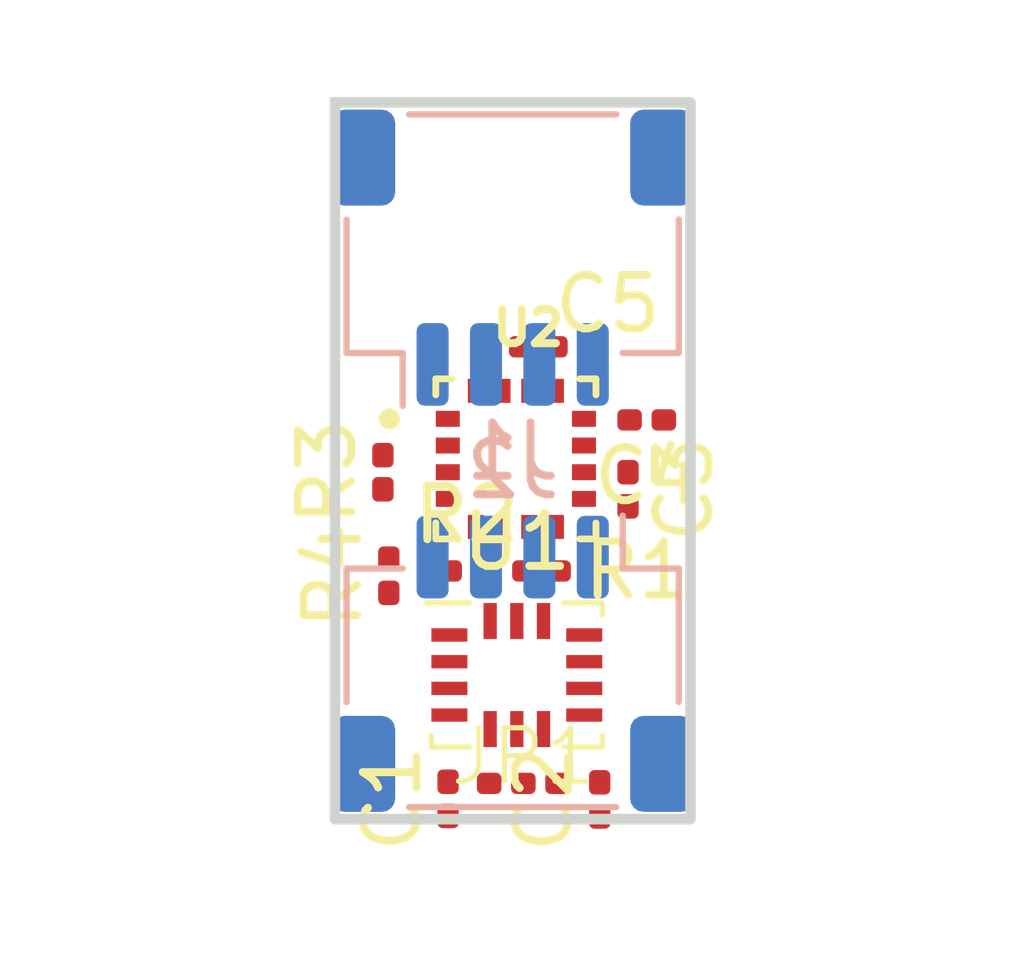
<source format=kicad_pcb>
(kicad_pcb (version 20221018) (generator pcbnew)
  (layers (0 "F.Cu" signal) (1 "In1.Cu" signal) (2 "In2.Cu" signal) (31 "B.Cu" signal) (34 "B.Paste" user) (35 "F.Paste" user) (36 "B.SilkS" user "B.Silkscreen") (37 "F.SilkS" user "F.Silkscreen") (38 "B.Mask" user) (39 "F.Mask" user) (44 "Edge.Cuts" user))
  (net 0 "")
  (net 6 "GND")
  (net 7 "+3.3V")
  (net 8 "Net-(U2-C1)")
  (net 9 "Net-(U2-SETP)")
  (net 10 "Net-(U2-SETC)")
  (net 11 "Net-(U2-VDD)")
  (net 12 "SDA")
  (net 13 "SCL")
  (net 14 "Net-(JP1-C)")
  (net 15 "Net-(U1-ASDx)")
  (net 16 "Net-(U1-ASCx)")
  (footprint "Capacitor_SMD:C_0201_0603Metric" (layer "F.Cu") (at 113.48 84.87 -90)
    (fp_text reference "C3" (at 0 -1.05 90) (layer "F.SilkS"))
    (fp_text value "4.7u")
    (pad "1" smd roundrect (at -0.32 0 270) (size 0.46 0.4) (layers "F.Cu" "F.Mask") (net 8 "Net-(U2-C1)"))
    (pad "2" smd roundrect (at 0.32 0 270) (size 0.46 0.4) (layers "F.Cu" "F.Mask") (net 6 "GND"))
  )
  (footprint "footprints:Micro_Solder_Jumper" (layer "F.Cu") (at 111.52 90.38)
    (fp_text reference "JP1" (at 0 -0.5 unlocked) (layer "F.SilkS") (effects (font (thickness 0.1))))
    (fp_text value "SolderJumper_3_Open")
    (pad "1" smd roundrect (at -0.64 0) (size 0.46 0.4) (layers "F.Cu" "F.Mask") (net 6 "GND"))
    (pad "2" smd roundrect (at 0 0) (size 0.46 0.4) (layers "F.Cu" "F.Mask") (net 14 "Net-(JP1-C)"))
    (pad "3" smd roundrect (at 0.64 0) (size 0.46 0.4) (layers "F.Cu" "F.Mask") (net 7 "+3.3V"))
  )
  (footprint "Capacitor_SMD:C_0201_0603Metric" (layer "F.Cu") (at 112.95 90.68 90)
    (fp_text reference "C2" (at 0 -1.05 90) (layer "F.SilkS"))
    (fp_text value "100n")
    (pad "1" smd roundrect (at -0.32 0 90) (size 0.46 0.4) (layers "F.Cu" "F.Mask") (net 7 "+3.3V"))
    (pad "2" smd roundrect (at 0.32 0 90) (size 0.46 0.4) (layers "F.Cu" "F.Mask") (net 6 "GND"))
  )
  (footprint "Resistor_SMD:R_0201_0603Metric" (layer "F.Cu") (at 109 86.49 90)
    (fp_text reference "R4" (at 0 -1.05 90) (layer "F.SilkS"))
    (fp_text value "2k2")
    (pad "1" smd roundrect (at -0.32 0 90) (size 0.46 0.4) (layers "F.Cu" "F.Mask") (net 7 "+3.3V"))
    (pad "2" smd roundrect (at 0.32 0 90) (size 0.46 0.4) (layers "F.Cu" "F.Mask") (net 16 "Net-(U1-ASCx)"))
  )
  (footprint "Capacitor_SMD:C_0201_0603Metric" (layer "F.Cu") (at 113.83 83.57 180)
    (fp_text reference "C4" (at 0 -1.05) (layer "F.SilkS"))
    (fp_text value "220n")
    (pad "1" smd roundrect (at -0.32 0 180) (size 0.46 0.4) (layers "F.Cu" "F.Mask") (net 9 "Net-(U2-SETP)"))
    (pad "2" smd roundrect (at 0.32 0 180) (size 0.46 0.4) (layers "F.Cu" "F.Mask") (net 10 "Net-(U2-SETC)"))
  )
  (footprint "Capacitor_SMD:C_0201_0603Metric" (layer "F.Cu") (at 110.11 90.67 90)
    (fp_text reference "C1" (at 0 -1.05 90) (layer "F.SilkS"))
    (fp_text value "100n")
    (pad "1" smd roundrect (at -0.32 0 90) (size 0.46 0.4) (layers "F.Cu" "F.Mask") (net 6 "GND"))
    (pad "2" smd roundrect (at 0.32 0 90) (size 0.46 0.4) (layers "F.Cu" "F.Mask") (net 7 "+3.3V"))
  )
  (footprint "Resistor_SMD:R_0201_0603Metric" (layer "F.Cu") (at 108.89 84.55 90)
    (fp_text reference "R3" (at 0 -1.05 90) (layer "F.SilkS"))
    (fp_text value "2k2")
    (pad "1" smd roundrect (at -0.32 0 90) (size 0.46 0.4) (layers "F.Cu" "F.Mask") (net 7 "+3.3V"))
    (pad "2" smd roundrect (at 0.32 0 90) (size 0.46 0.4) (layers "F.Cu" "F.Mask") (net 15 "Net-(U1-ASDx)"))
  )
  (footprint "Resistor_SMD:R_0201_0603Metric" (layer "F.Cu") (at 111.86 86.4 180)
    (fp_text reference "R1" (at -1.79 0.01) (layer "F.SilkS"))
    (fp_text value "10k")
    (pad "1" smd roundrect (at -0.32 0 180) (size 0.46 0.4) (layers "F.Cu" "F.Mask") (net 7 "+3.3V"))
    (pad "2" smd roundrect (at 0.32 0 180) (size 0.46 0.4) (layers "F.Cu" "F.Mask") (net 13 "SCL"))
  )
  (footprint "Package_LGA:Bosch_LGA-14_3x2.5mm_P0.5mm" (layer "F.Cu") (at 111.3975 88.35)
    (fp_text reference "U1" (at 0 -2.5) (layer "F.SilkS"))
    (fp_text value "BMI160")
    (fp_line (start -1.7 -1.35) (end -0.88 -1.35) (stroke (width 0.1)) (layer "F.SilkS"))
    (fp_line (start -1.6 1.35) (end -1.6 1.13) (stroke (width 0.1)) (layer "F.SilkS"))
    (fp_line (start -1.6 1.35) (end -0.88 1.35) (stroke (width 0.1)) (layer "F.SilkS"))
    (fp_line (start 0.88 -1.35) (end 1.6 -1.35) (stroke (width 0.1)) (layer "F.SilkS"))
    (fp_line (start 1.6 -1.35) (end 1.6 -1.13) (stroke (width 0.1)) (layer "F.SilkS"))
    (fp_line (start 1.6 1.13) (end 1.6 1.35) (stroke (width 0.1)) (layer "F.SilkS"))
    (fp_line (start 1.6 1.35) (end 0.88 1.35) (stroke (width 0.1)) (layer "F.SilkS"))
    (pad "1" smd rect (at -1.2625 -0.75) (size 0.675 0.25) (layers "F.Cu" "F.Paste" "F.Mask") (net 14 "Net-(JP1-C)"))
    (pad "2" smd rect (at -1.2625 -0.25) (size 0.675 0.25) (layers "F.Cu" "F.Paste" "F.Mask") (net 15 "Net-(U1-ASDx)"))
    (pad "3" smd rect (at -1.2625 0.25) (size 0.675 0.25) (layers "F.Cu" "F.Paste" "F.Mask") (net 16 "Net-(U1-ASCx)"))
    (pad "4" smd rect (at -1.2625 0.75) (size 0.675 0.25) (layers "F.Cu" "F.Paste" "F.Mask"))
    (pad "5" smd rect (at -0.5 1.0125) (size 0.25 0.675) (layers "F.Cu" "F.Paste" "F.Mask") (net 7 "+3.3V"))
    (pad "6" smd rect (at 0 1.0125) (size 0.25 0.675) (layers "F.Cu" "F.Paste" "F.Mask") (net 6 "GND"))
    (pad "7" smd rect (at 0.5 1.0125) (size 0.25 0.675) (layers "F.Cu" "F.Paste" "F.Mask") (net 6 "GND"))
    (pad "8" smd rect (at 1.2625 0.75) (size 0.675 0.25) (layers "F.Cu" "F.Paste" "F.Mask") (net 7 "+3.3V"))
    (pad "9" smd rect (at 1.2625 0.25) (size 0.675 0.25) (layers "F.Cu" "F.Paste" "F.Mask"))
    (pad "10" smd rect (at 1.2625 -0.25) (size 0.675 0.25) (layers "F.Cu" "F.Paste" "F.Mask"))
    (pad "11" smd rect (at 1.2625 -0.75) (size 0.675 0.25) (layers "F.Cu" "F.Paste" "F.Mask"))
    (pad "12" smd rect (at 0.5 -1.0125) (size 0.25 0.675) (layers "F.Cu" "F.Paste" "F.Mask") (net 7 "+3.3V"))
    (pad "13" smd rect (at 0 -1.0125) (size 0.25 0.675) (layers "F.Cu" "F.Paste" "F.Mask") (net 13 "SCL"))
    (pad "14" smd rect (at -0.5 -1.0125) (size 0.25 0.675) (layers "F.Cu" "F.Paste" "F.Mask") (net 12 "SDA"))
  )
  (footprint "Capacitor_SMD:C_0201_0603Metric" (layer "F.Cu") (at 111.8 82.2 180)
    (fp_text reference "C5" (at -1.3 0.8) (layer "F.SilkS"))
    (fp_text value "100n")
    (pad "1" smd roundrect (at -0.32 0 180) (size 0.46 0.4) (layers "F.Cu" "F.Mask") (net 11 "Net-(U2-VDD)"))
    (pad "2" smd roundrect (at 0.32 0 180) (size 0.46 0.4) (layers "F.Cu" "F.Mask") (net 6 "GND"))
  )
  (footprint "Resistor_SMD:R_0201_0603Metric" (layer "F.Cu") (at 110.46 86.4)
    (fp_text reference "R2" (at 0 -1.05) (layer "F.SilkS"))
    (fp_text value "10k")
    (pad "1" smd roundrect (at -0.32 0) (size 0.46 0.4) (layers "F.Cu" "F.Mask") (net 7 "+3.3V"))
    (pad "2" smd roundrect (at 0.32 0) (size 0.46 0.4) (layers "F.Cu" "F.Mask") (net 12 "SDA"))
  )
  (footprint "footprints:XDCR_HMC5883L-TR" (layer "F.Cu") (at 111.38 84.3)
    (fp_text reference "U2" (at 0.232 -2.4564) (layer "F.SilkS") (effects (font (size 0.64 0.64))))
    (fp_text value "QMC5883L")
    (fp_line (start -1.5 -1.5) (end -1.2 -1.5) (stroke (width 0.127)) (layer "F.SilkS"))
    (fp_line (start -1.5 -1.2) (end -1.5 -1.5) (stroke (width 0.127)) (layer "F.SilkS"))
    (fp_line (start -1.5 1.5) (end -1.5 1.2) (stroke (width 0.127)) (layer "F.SilkS"))
    (fp_line (start -1.2 1.5) (end -1.5 1.5) (stroke (width 0.127)) (layer "F.SilkS"))
    (fp_line (start 1.2 -1.5) (end 1.5 -1.5) (stroke (width 0.127)) (layer "F.SilkS"))
    (fp_line (start 1.5 -1.5) (end 1.5 -1.2) (stroke (width 0.127)) (layer "F.SilkS"))
    (fp_line (start 1.5 1.2) (end 1.5 1.5) (stroke (width 0.127)) (layer "F.SilkS"))
    (fp_line (start 1.5 1.5) (end 1.2 1.5) (stroke (width 0.127)) (layer "F.SilkS"))
    (fp_circle (center -2.37 -0.75) (end -2.27 -0.75) (stroke (width 0.2)) (fill none) (layer "F.SilkS"))
    (pad "1" smd roundrect (at -1.275 -0.75) (size 0.45 0.3) (layers "F.Cu" "F.Paste" "F.Mask") (roundrect_rratio 0.03) (net 16 "Net-(U1-ASCx)"))
    (pad "2" smd roundrect (at -1.275 -0.25) (size 0.45 0.3) (layers "F.Cu" "F.Paste" "F.Mask") (roundrect_rratio 0.03) (net 11 "Net-(U2-VDD)"))
    (pad "3" smd roundrect (at -1.275 0.25) (size 0.45 0.3) (layers "F.Cu" "F.Paste" "F.Mask") (roundrect_rratio 0.03))
    (pad "4" smd roundrect (at -1.275 0.75) (size 0.45 0.3) (layers "F.Cu" "F.Paste" "F.Mask") (roundrect_rratio 0.03) (net 7 "+3.3V"))
    (pad "5" smd roundrect (at -0.75 1.275 90) (size 0.45 0.3) (layers "F.Cu" "F.Paste" "F.Mask") (roundrect_rratio 0.03))
    (pad "6" smd roundrect (at -0.25 1.275 90) (size 0.45 0.3) (layers "F.Cu" "F.Paste" "F.Mask") (roundrect_rratio 0.03))
    (pad "7" smd roundrect (at 0.25 1.275 90) (size 0.45 0.3) (layers "F.Cu" "F.Paste" "F.Mask") (roundrect_rratio 0.03))
    (pad "8" smd roundrect (at 0.75 1.275 90) (size 0.45 0.3) (layers "F.Cu" "F.Paste" "F.Mask") (roundrect_rratio 0.03) (net 9 "Net-(U2-SETP)"))
    (pad "9" smd roundrect (at 1.275 0.75) (size 0.45 0.3) (layers "F.Cu" "F.Paste" "F.Mask") (roundrect_rratio 0.03) (net 6 "GND"))
    (pad "10" smd roundrect (at 1.275 0.25) (size 0.45 0.3) (layers "F.Cu" "F.Paste" "F.Mask") (roundrect_rratio 0.03) (net 8 "Net-(U2-C1)"))
    (pad "11" smd roundrect (at 1.275 -0.25) (size 0.45 0.3) (layers "F.Cu" "F.Paste" "F.Mask") (roundrect_rratio 0.03) (net 6 "GND"))
    (pad "12" smd roundrect (at 1.275 -0.75) (size 0.45 0.3) (layers "F.Cu" "F.Paste" "F.Mask") (roundrect_rratio 0.03) (net 10 "Net-(U2-SETC)"))
    (pad "13" smd roundrect (at 0.75 -1.275 90) (size 0.45 0.3) (layers "F.Cu" "F.Paste" "F.Mask") (roundrect_rratio 0.03) (net 11 "Net-(U2-VDD)"))
    (pad "14" smd roundrect (at 0.25 -1.275 90) (size 0.45 0.3) (layers "F.Cu" "F.Paste" "F.Mask") (roundrect_rratio 0.03))
    (pad "15" smd roundrect (at -0.25 -1.275 90) (size 0.45 0.3) (layers "F.Cu" "F.Paste" "F.Mask") (roundrect_rratio 0.03))
    (pad "16" smd roundrect (at -0.75 -1.275 90) (size 0.45 0.3) (layers "F.Cu" "F.Paste" "F.Mask") (roundrect_rratio 0.03) (net 15 "Net-(U1-ASDx)"))
  )
  (footprint "Connector_JST:JST_SH_SM04B-SRSS-TB_1x04-1MP_P1.00mm_Horizontal" (layer "B.Cu") (at 111.32 88.14 180)
    (fp_text reference "J1" (at 0 3.98) (layer "B.SilkS") (effects (justify mirror)))
    (fp_text value "Conn_01x04_MountingPin")
    (fp_line (start -3.11 -0.715) (end -3.11 1.785) (stroke (width 0.12)) (layer "B.SilkS"))
    (fp_line (start -3.11 1.785) (end -2.06 1.785) (stroke (width 0.12)) (layer "B.SilkS"))
    (fp_line (start -2.06 1.785) (end -2.06 2.775) (stroke (width 0.12)) (layer "B.SilkS"))
    (fp_line (start -1.94 -2.685) (end 1.94 -2.685) (stroke (width 0.12)) (layer "B.SilkS"))
    (fp_line (start 3.11 -0.715) (end 3.11 1.785) (stroke (width 0.12)) (layer "B.SilkS"))
    (fp_line (start 3.11 1.785) (end 2.06 1.785) (stroke (width 0.12)) (layer "B.SilkS"))
    (pad "1" smd roundrect (at -1.5 2 180) (size 0.6 1.55) (layers "B.Cu" "B.Paste" "B.Mask") (net 7 "+3.3V"))
    (pad "2" smd roundrect (at -0.5 2 180) (size 0.6 1.55) (layers "B.Cu" "B.Paste" "B.Mask") (net 12 "SDA"))
    (pad "3" smd roundrect (at 0.5 2 180) (size 0.6 1.55) (layers "B.Cu" "B.Paste" "B.Mask") (net 13 "SCL"))
    (pad "4" smd roundrect (at 1.5 2 180) (size 0.6 1.55) (layers "B.Cu" "B.Paste" "B.Mask") (net 6 "GND"))
    (pad "MP" smd roundrect (at -2.8 -1.875 180) (size 1.2 1.8) (layers "B.Cu" "B.Paste" "B.Mask") (roundrect_rratio 0.208333) (net 6 "GND"))
    (pad "MP" smd roundrect (at 2.8 -1.875 180) (size 1.2 1.8) (layers "B.Cu" "B.Paste" "B.Mask") (roundrect_rratio 0.208333) (net 6 "GND"))
  )
  (footprint "Connector_JST:JST_SH_SM04B-SRSS-TB_1x04-1MP_P1.00mm_Horizontal" (layer "B.Cu") (at 111.32 80.53)
    (fp_text reference "J2" (at 0 3.98) (layer "B.SilkS") (effects (justify mirror)))
    (fp_text value "Conn_01x04_MountingPin")
    (fp_line (start -3.11 -0.715) (end -3.11 1.785) (stroke (width 0.12)) (layer "B.SilkS"))
    (fp_line (start -3.11 1.785) (end -2.06 1.785) (stroke (width 0.12)) (layer "B.SilkS"))
    (fp_line (start -2.06 1.785) (end -2.06 2.775) (stroke (width 0.12)) (layer "B.SilkS"))
    (fp_line (start -1.94 -2.685) (end 1.94 -2.685) (stroke (width 0.12)) (layer "B.SilkS"))
    (fp_line (start 3.11 -0.715) (end 3.11 1.785) (stroke (width 0.12)) (layer "B.SilkS"))
    (fp_line (start 3.11 1.785) (end 2.06 1.785) (stroke (width 0.12)) (layer "B.SilkS"))
    (pad "1" smd roundrect (at -1.5 2) (size 0.6 1.55) (layers "B.Cu" "B.Paste" "B.Mask") (net 6 "GND"))
    (pad "2" smd roundrect (at -0.5 2) (size 0.6 1.55) (layers "B.Cu" "B.Paste" "B.Mask") (net 13 "SCL"))
    (pad "3" smd roundrect (at 0.5 2) (size 0.6 1.55) (layers "B.Cu" "B.Paste" "B.Mask") (net 12 "SDA"))
    (pad "4" smd roundrect (at 1.5 2) (size 0.6 1.55) (layers "B.Cu" "B.Paste" "B.Mask") (net 7 "+3.3V"))
    (pad "MP" smd roundrect (at -2.8 -1.875) (size 1.2 1.8) (layers "B.Cu" "B.Paste" "B.Mask") (roundrect_rratio 0.208333) (net 6 "GND"))
    (pad "MP" smd roundrect (at 2.8 -1.875) (size 1.2 1.8) (layers "B.Cu" "B.Paste" "B.Mask") (roundrect_rratio 0.208333) (net 6 "GND"))
  )
  (gr_rect (start 107.99 77.62) (end 114.65 91.05) (stroke (width 0.2)) (fill none) (layer "Edge.Cuts"))
)
</source>
